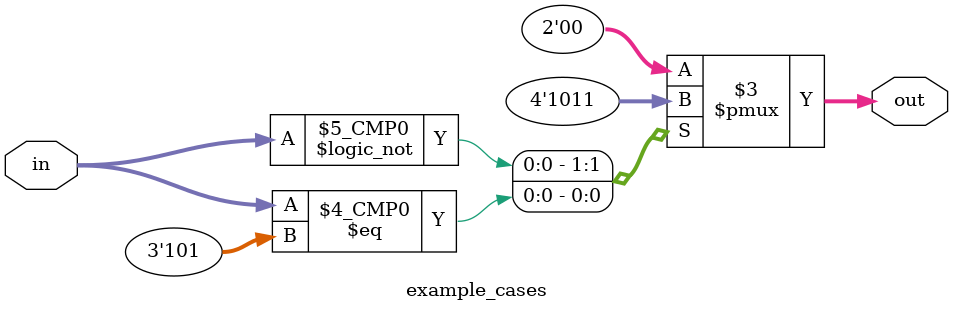
<source format=v>

module example_ifs(
    in,
    out
    );

input [2:0] in;
output reg [1:0] out;

always @(*) begin
    if (in == 3'b000) begin
        out = 2'b10;
    end else if (in == 3'b101) begin
        out = 2'b11;
    end else begin
        out = 2'b00;
    end
end

endmodule


module example_cases(
    in,
    out
    );

input [2:0] in;
output reg [1:0] out;

always @(*) begin
    case (in)
        
        3'b000: begin
            out = 2'b10;
        end 

        3'b101: begin
            out = 2'b11;
        end

        default: begin
            out = 2'b00;
        end

    endcase
end

endmodule


</source>
